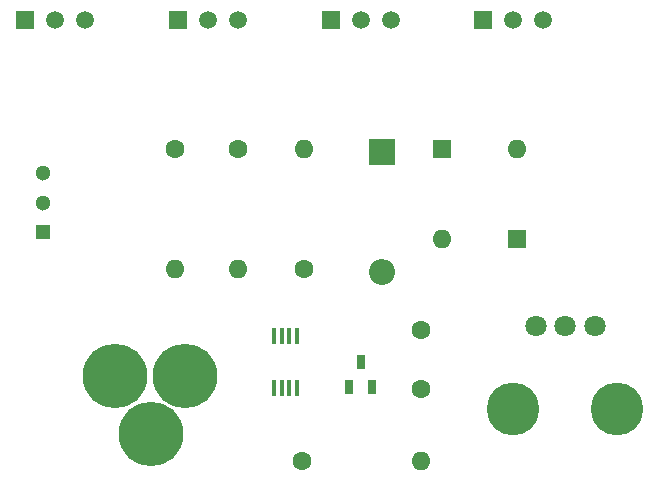
<source format=gbr>
%TF.GenerationSoftware,KiCad,Pcbnew,7.0.10*%
%TF.CreationDate,2024-03-14T19:30:55-04:00*%
%TF.ProjectId,Fan Speed Controller,46616e20-5370-4656-9564-20436f6e7472,rev?*%
%TF.SameCoordinates,Original*%
%TF.FileFunction,Soldermask,Top*%
%TF.FilePolarity,Negative*%
%FSLAX46Y46*%
G04 Gerber Fmt 4.6, Leading zero omitted, Abs format (unit mm)*
G04 Created by KiCad (PCBNEW 7.0.10) date 2024-03-14 19:30:55*
%MOMM*%
%LPD*%
G01*
G04 APERTURE LIST*
%ADD10C,1.600000*%
%ADD11O,1.600000X1.600000*%
%ADD12C,1.800000*%
%ADD13C,4.460000*%
%ADD14C,5.460000*%
%ADD15C,1.300000*%
%ADD16R,1.300000X1.300000*%
%ADD17R,1.600000X1.600000*%
%ADD18R,1.500000X1.500000*%
%ADD19C,1.500000*%
%ADD20R,0.650000X1.200000*%
%ADD21R,0.450000X1.400000*%
%ADD22O,2.200000X2.200000*%
%ADD23R,2.200000X2.200000*%
G04 APERTURE END LIST*
D10*
%TO.C,R3*%
X65532000Y-54564000D03*
D11*
X65532000Y-44404000D03*
%TD*%
D10*
%TO.C,R2*%
X54610000Y-44404000D03*
D11*
X54610000Y-54564000D03*
%TD*%
D10*
%TO.C,R1*%
X59944000Y-44404000D03*
D11*
X59944000Y-54564000D03*
%TD*%
D10*
%TO.C,C1*%
X65438000Y-70866000D03*
D11*
X75438000Y-70866000D03*
%TD*%
D10*
%TO.C,C2*%
X75438000Y-59730000D03*
X75438000Y-64730000D03*
%TD*%
D12*
%TO.C,R4*%
X90170000Y-59436000D03*
X87670000Y-59436000D03*
X85170000Y-59436000D03*
D13*
X92070000Y-66436000D03*
X83270000Y-66436000D03*
%TD*%
D14*
%TO.C,J5*%
X55530000Y-63685000D03*
X52580000Y-68585000D03*
X49530000Y-63685000D03*
%TD*%
D15*
%TO.C,S1*%
X43434000Y-46482000D03*
X43434000Y-48982000D03*
D16*
X43434000Y-51482000D03*
%TD*%
D11*
%TO.C,D2*%
X83566000Y-44404000D03*
D17*
X83566000Y-52024000D03*
%TD*%
D18*
%TO.C,J2*%
X54862300Y-33528000D03*
D19*
X57402300Y-33528000D03*
X59942300Y-33528000D03*
%TD*%
%TO.C,J4*%
X85847000Y-33528000D03*
X83307000Y-33528000D03*
D18*
X80767000Y-33528000D03*
%TD*%
%TO.C,J1*%
X41910000Y-33528000D03*
D19*
X44450000Y-33528000D03*
X46990000Y-33528000D03*
%TD*%
D20*
%TO.C,Q1*%
X69398000Y-64584000D03*
X71318000Y-64584000D03*
X70358000Y-62484000D03*
%TD*%
D21*
%TO.C,IC1*%
X63033000Y-60284000D03*
X63683000Y-60284000D03*
X64333000Y-60284000D03*
X64983000Y-60284000D03*
X64983000Y-64684000D03*
X64333000Y-64684000D03*
X63683000Y-64684000D03*
X63033000Y-64684000D03*
%TD*%
D11*
%TO.C,D3*%
X77216000Y-52024000D03*
D17*
X77216000Y-44404000D03*
%TD*%
D18*
%TO.C,J3*%
X67814700Y-33528000D03*
D19*
X70354700Y-33528000D03*
X72894700Y-33528000D03*
%TD*%
D22*
%TO.C,D1*%
X72136000Y-54864000D03*
D23*
X72136000Y-44704000D03*
%TD*%
M02*

</source>
